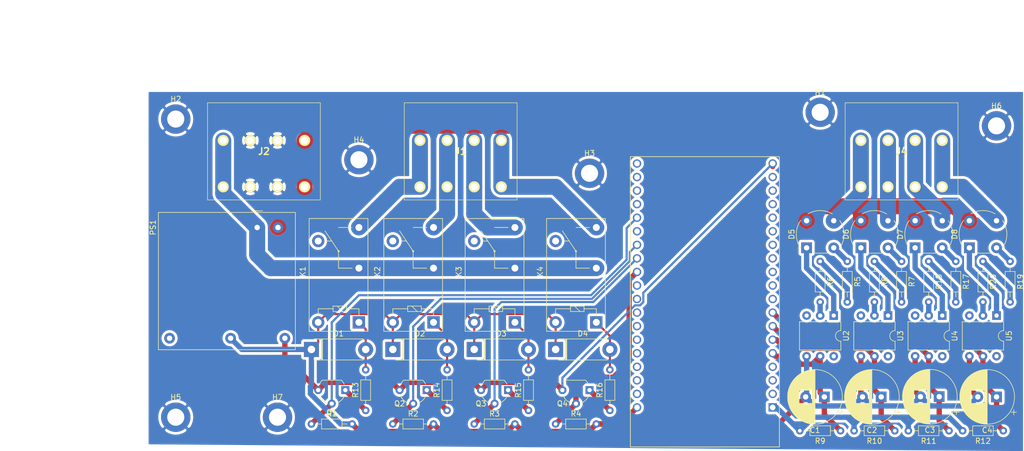
<source format=kicad_pcb>
(kicad_pcb (version 20171130) (host pcbnew "(5.1.6)-1")
  (layers (0 F.Cu signal) (31 B.Cu signal) (34 B.Paste user hide) (35 F.Paste user hide) (36 B.SilkS user) (37 F.SilkS user hide) (38 B.Mask user) (39 F.Mask user hide) (44 Edge.Cuts user hide))
  (net 0 "")
  (net 1 "Net-(D1-Pad2)")
  (net 2 "Net-(D2-Pad2)")
  (net 3 5VGND)
  (net 4 "Net-(D3-Pad2)")
  (net 5 "Net-(D4-Pad2)")
  (net 6 "220VAC(L)")
  (net 7 "220VAC(N)")
  (net 8 5V+)
  (net 9 "Net-(Q1-Pad1)")
  (net 10 "Net-(Q2-Pad1)")
  (net 11 "Net-(Q3-Pad1)")
  (net 12 "Net-(Q4-Pad1)")
  (net 13 "Net-(R5-Pad2)")
  (net 14 "Net-(R6-Pad2)")
  (net 15 "Net-(R7-Pad2)")
  (net 16 "Net-(R8-Pad2)")
  (net 17 3.3V+)
  (net 18 "Net-(Q1-Pad2)")
  (net 19 "Net-(Q2-Pad2)")
  (net 20 "Net-(Q3-Pad2)")
  (net 21 "Net-(Q4-Pad2)")
  (net 22 Earth)
  (net 23 Sens4)
  (net 24 Sens3)
  (net 25 Sens2)
  (net 26 Sens1)
  (net 27 REO4)
  (net 28 REO3)
  (net 29 REO2)
  (net 30 REO1)
  (net 31 "Net-(D5-Pad1)")
  (net 32 "Net-(D5-Pad2)")
  (net 33 "Net-(D6-Pad1)")
  (net 34 "Net-(D6-Pad2)")
  (net 35 "Net-(D7-Pad1)")
  (net 36 "Net-(D7-Pad2)")
  (net 37 "Net-(D8-Pad1)")
  (net 38 "Net-(D8-Pad2)")
  (net 39 "Net-(R17-Pad2)")
  (net 40 "Net-(R18-Pad2)")
  (net 41 "Net-(R19-Pad2)")
  (net 42 "Net-(R20-Pad2)")
  (net 43 GPIO34)
  (net 44 GPIO35)
  (net 45 GPIO32)
  (net 46 GPIO33)
  (module esp32-footprint:MODULE_ESP32-DEVKITC-32D (layer F.Cu) (at 125.73 55.88 180)
    (fp_text reference U1 (at -10.829175 -28.446045) (layer F.SilkS) (effects (font (size 1.000386 1.000386))))
    (fp_text value ESP32-DEVKITC-32D)
    (pad 38 thru_hole circle (at 12.7 25.96 180) (size 1.56 1.56) (drill 1.04) (layers *.Cu *.Mask))
    (pad 37 thru_hole circle (at 12.7 23.42 180) (size 1.56 1.56) (drill 1.04) (layers *.Cu *.Mask))
    (pad 36 thru_hole circle (at 12.7 20.88 180) (size 1.56 1.56) (drill 1.04) (layers *.Cu *.Mask))
    (pad 35 thru_hole circle (at 12.7 18.34 180) (size 1.56 1.56) (drill 1.04) (layers *.Cu *.Mask))
    (pad 34 thru_hole circle (at 12.7 15.8 180) (size 1.56 1.56) (drill 1.04) (layers *.Cu *.Mask) (net 18 "Net-(Q1-Pad2)"))
    (pad 33 thru_hole circle (at 12.7 13.26 180) (size 1.56 1.56) (drill 1.04) (layers *.Cu *.Mask))
    (pad 32 thru_hole circle (at 12.7 10.72 180) (size 1.56 1.56) (drill 1.04) (layers *.Cu *.Mask) (net 19 "Net-(Q2-Pad2)"))
    (pad 31 thru_hole circle (at 12.7 8.18 180) (size 1.56 1.56) (drill 1.04) (layers *.Cu *.Mask) (net 20 "Net-(Q3-Pad2)"))
    (pad 30 thru_hole circle (at 12.7 5.64 180) (size 1.56 1.56) (drill 1.04) (layers *.Cu *.Mask) (net 21 "Net-(Q4-Pad2)"))
    (pad 29 thru_hole circle (at 12.7 3.1 180) (size 1.56 1.56) (drill 1.04) (layers *.Cu *.Mask))
    (pad 28 thru_hole circle (at 12.7 0.56 180) (size 1.56 1.56) (drill 1.04) (layers *.Cu *.Mask))
    (pad 27 thru_hole circle (at 12.7 -1.98 180) (size 1.56 1.56) (drill 1.04) (layers *.Cu *.Mask))
    (pad 26 thru_hole circle (at 12.7 -4.52 180) (size 1.56 1.56) (drill 1.04) (layers *.Cu *.Mask))
    (pad 25 thru_hole circle (at 12.7 -7.06 180) (size 1.56 1.56) (drill 1.04) (layers *.Cu *.Mask))
    (pad 24 thru_hole circle (at 12.7 -9.6 180) (size 1.56 1.56) (drill 1.04) (layers *.Cu *.Mask))
    (pad 23 thru_hole circle (at 12.7 -12.14 180) (size 1.56 1.56) (drill 1.04) (layers *.Cu *.Mask))
    (pad 22 thru_hole circle (at 12.7 -14.68 180) (size 1.56 1.56) (drill 1.04) (layers *.Cu *.Mask))
    (pad 21 thru_hole circle (at 12.7 -17.22 180) (size 1.56 1.56) (drill 1.04) (layers *.Cu *.Mask))
    (pad 20 thru_hole circle (at 12.7 -19.76 180) (size 1.56 1.56) (drill 1.04) (layers *.Cu *.Mask) (net 3 5VGND))
    (pad 18 thru_hole circle (at -12.7 23.42 180) (size 1.56 1.56) (drill 1.04) (layers *.Cu *.Mask))
    (pad 17 thru_hole circle (at -12.7 20.88 180) (size 1.56 1.56) (drill 1.04) (layers *.Cu *.Mask))
    (pad 16 thru_hole circle (at -12.7 18.34 180) (size 1.56 1.56) (drill 1.04) (layers *.Cu *.Mask))
    (pad 15 thru_hole circle (at -12.7 15.8 180) (size 1.56 1.56) (drill 1.04) (layers *.Cu *.Mask))
    (pad 14 thru_hole circle (at -12.7 13.26 180) (size 1.56 1.56) (drill 1.04) (layers *.Cu *.Mask))
    (pad 13 thru_hole circle (at -12.7 10.72 180) (size 1.56 1.56) (drill 1.04) (layers *.Cu *.Mask))
    (pad 12 thru_hole circle (at -12.7 8.18 180) (size 1.56 1.56) (drill 1.04) (layers *.Cu *.Mask))
    (pad 11 thru_hole circle (at -12.7 5.64 180) (size 1.56 1.56) (drill 1.04) (layers *.Cu *.Mask))
    (pad 10 thru_hole circle (at -12.7 3.1 180) (size 1.56 1.56) (drill 1.04) (layers *.Cu *.Mask))
    (pad 9 thru_hole circle (at -12.7 0.56 180) (size 1.56 1.56) (drill 1.04) (layers *.Cu *.Mask))
    (pad 8 thru_hole circle (at -12.7 -1.98 180) (size 1.56 1.56) (drill 1.04) (layers *.Cu *.Mask) (net 46 GPIO33))
    (pad 7 thru_hole circle (at -12.7 -4.52 180) (size 1.56 1.56) (drill 1.04) (layers *.Cu *.Mask) (net 45 GPIO32))
    (pad 6 thru_hole circle (at -12.7 -7.06 180) (size 1.56 1.56) (drill 1.04) (layers *.Cu *.Mask) (net 44 GPIO35))
    (pad 5 thru_hole circle (at -12.7 -9.6 180) (size 1.56 1.56) (drill 1.04) (layers *.Cu *.Mask) (net 43 GPIO34))
    (pad 4 thru_hole circle (at -12.7 -12.14 180) (size 1.56 1.56) (drill 1.04) (layers *.Cu *.Mask))
    (pad 3 thru_hole circle (at -12.7 -14.68 180) (size 1.56 1.56) (drill 1.04) (layers *.Cu *.Mask))
    (pad 19 thru_hole circle (at -12.7 25.96 180) (size 1.56 1.56) (drill 1.04) (layers *.Cu *.Mask) (net 8 5V+))
    (pad 2 thru_hole circle (at -12.7 -17.22 180) (size 1.56 1.56) (drill 1.04) (layers *.Cu *.Mask))
    (pad 1 thru_hole rect (at -12.7 -19.76 180) (size 1.56 1.56) (drill 1.04) (layers *.Cu *.Mask) (net 17 3.3V+))
  )
  (module Resistor_THT:R_Axial_DIN0204_L3.6mm_D1.6mm_P7.62mm_Horizontal (layer F.Cu) (at 151.13 80.01 180)
    (fp_text reference R9 (at 3.81 -1.92) (layer F.SilkS))
    (fp_text value 10K)
    (pad 2 thru_hole oval (at 7.62 0 180) (size 1.4 1.4) (drill 0.7) (layers *.Cu *.Mask) (net 17 3.3V+))
    (pad 1 thru_hole circle (at 0 0 180) (size 1.4 1.4) (drill 0.7) (layers *.Cu *.Mask) (net 43 GPIO34))
  )
  (module MountingHole:MountingHole_3.2mm_M3_ISO14580_Pad (layer F.Cu) (at 147.32 20.32)
    (fp_text reference H1 (at 0 -3.75) (layer F.SilkS))
    (fp_text value MountingHole_Pad)
    (pad 1 thru_hole circle (at 0 0) (size 5.5 5.5) (drill 3.2) (layers *.Cu *.Mask) (net 22 Earth))
  )
  (module 1017505:1017505 (layer F.Cu) (at 170.18 34.29 180)
    (fp_text reference J4 (at 7.62 6.65) (layer F.SilkS) (effects (font (size 1.27 1.27) (thickness 0.254))))
    (fp_text value 1017505 hide)
    (pad 8 thru_hole circle (at 15.24 8.7 270) (size 2.1 2.1) (drill 1.4) (layers *.Cu *.Mask F.SilkS) (net 26 Sens1))
    (pad 7 thru_hole circle (at 15.24 0 270) (size 2.1 2.1) (drill 1.4) (layers *.Cu *.Mask F.SilkS) (net 26 Sens1))
    (pad 6 thru_hole circle (at 10.16 8.7 270) (size 2.1 2.1) (drill 1.4) (layers *.Cu *.Mask F.SilkS) (net 25 Sens2))
    (pad 5 thru_hole circle (at 10.16 0 270) (size 2.1 2.1) (drill 1.4) (layers *.Cu *.Mask F.SilkS) (net 25 Sens2))
    (pad 4 thru_hole circle (at 5.08 8.7 270) (size 2.1 2.1) (drill 1.4) (layers *.Cu *.Mask F.SilkS) (net 24 Sens3))
    (pad 3 thru_hole circle (at 5.08 0 270) (size 2.1 2.1) (drill 1.4) (layers *.Cu *.Mask F.SilkS) (net 24 Sens3))
    (pad 2 thru_hole circle (at 0 8.7 270) (size 2.1 2.1) (drill 1.4) (layers *.Cu *.Mask F.SilkS) (net 23 Sens4))
    (pad 1 thru_hole circle (at 0 0 270) (size 2.1 2.1) (drill 1.4) (layers *.Cu *.Mask F.SilkS) (net 23 Sens4))
  )
  (module 1017505:1017505 (layer F.Cu) (at 50.8 34.29 180)
    (fp_text reference J2 (at 7.62 6.65) (layer F.SilkS) (effects (font (size 1.27 1.27) (thickness 0.254))))
    (fp_text value 1017505 hide)
    (pad 8 thru_hole circle (at 15.24 8.7 270) (size 2.1 2.1) (drill 1.4) (layers *.Cu *.Mask F.SilkS) (net 6 "220VAC(L)"))
    (pad 7 thru_hole circle (at 15.24 0 270) (size 2.1 2.1) (drill 1.4) (layers *.Cu *.Mask F.SilkS) (net 6 "220VAC(L)"))
    (pad 6 thru_hole circle (at 10.16 8.7 270) (size 2.1 2.1) (drill 1.4) (layers *.Cu *.Mask F.SilkS) (net 22 Earth))
    (pad 5 thru_hole circle (at 10.16 0 270) (size 2.1 2.1) (drill 1.4) (layers *.Cu *.Mask F.SilkS) (net 22 Earth))
    (pad 4 thru_hole circle (at 5.08 8.7 270) (size 2.1 2.1) (drill 1.4) (layers *.Cu *.Mask F.SilkS) (net 22 Earth))
    (pad 3 thru_hole circle (at 5.08 0 270) (size 2.1 2.1) (drill 1.4) (layers *.Cu *.Mask F.SilkS) (net 22 Earth))
    (pad 2 thru_hole circle (at 0 8.7 270) (size 2.1 2.1) (drill 1.4) (layers *.Cu *.Mask F.SilkS) (net 7 "220VAC(N)"))
    (pad 1 thru_hole circle (at 0 0 270) (size 2.1 2.1) (drill 1.4) (layers *.Cu *.Mask F.SilkS) (net 7 "220VAC(N)"))
  )
  (module 1017505:1017505 (layer F.Cu) (at 87.63 34.29 180)
    (fp_text reference J1 (at 7.62 6.65) (layer F.SilkS) (effects (font (size 1.27 1.27) (thickness 0.254))))
    (fp_text value 1017505 hide)
    (pad 8 thru_hole circle (at 15.24 8.7 270) (size 2.1 2.1) (drill 1.4) (layers *.Cu *.Mask F.SilkS) (net 30 REO1))
    (pad 7 thru_hole circle (at 15.24 0 270) (size 2.1 2.1) (drill 1.4) (layers *.Cu *.Mask F.SilkS) (net 30 REO1))
    (pad 6 thru_hole circle (at 10.16 8.7 270) (size 2.1 2.1) (drill 1.4) (layers *.Cu *.Mask F.SilkS) (net 29 REO2))
    (pad 5 thru_hole circle (at 10.16 0 270) (size 2.1 2.1) (drill 1.4) (layers *.Cu *.Mask F.SilkS) (net 29 REO2))
    (pad 4 thru_hole circle (at 5.08 8.7 270) (size 2.1 2.1) (drill 1.4) (layers *.Cu *.Mask F.SilkS) (net 28 REO3))
    (pad 3 thru_hole circle (at 5.08 0 270) (size 2.1 2.1) (drill 1.4) (layers *.Cu *.Mask F.SilkS) (net 28 REO3))
    (pad 2 thru_hole circle (at 0 8.7 270) (size 2.1 2.1) (drill 1.4) (layers *.Cu *.Mask F.SilkS) (net 27 REO4))
    (pad 1 thru_hole circle (at 0 0 270) (size 2.1 2.1) (drill 1.4) (layers *.Cu *.Mask F.SilkS) (net 27 REO4))
  )
  (module Converter_ACDC:Converter_ACDC_RECOM_RAC05-xxSK_THT (layer F.Cu) (at 41.91 41.91 90)
    (fp_text reference PS1 (at 0 -19.5 270) (layer F.SilkS))
    (fp_text value RAC05-05SK)
    (pad 5 thru_hole circle (at -20.76 5.19) (size 2 2) (drill 1) (layers *.Cu *.Mask) (net 8 5V+))
    (pad 3 thru_hole circle (at -20.76 -16.4 270) (size 2 2) (drill 1) (layers *.Cu *.Mask))
    (pad 4 thru_hole circle (at -20.76 -4.97) (size 2 2) (drill 1) (layers *.Cu *.Mask) (net 3 5VGND))
    (pad 2 thru_hole circle (at 0 3.9) (size 2 2) (drill 1) (layers *.Cu *.Mask) (net 7 "220VAC(N)"))
    (pad 1 thru_hole rect (at 0 0) (size 2 2) (drill 1) (layers *.Cu *.Mask) (net 6 "220VAC(L)"))
  )
  (module Diode_THT:Diode_Bridge_Round_D8.9mm (layer F.Cu) (at 175.26 45.72 90)
    (fp_text reference D8 (at 2.54 -2.794 90) (layer F.SilkS))
    (fp_text value D_Bridge_+-AA)
    (pad 1 thru_hole rect (at 0 0 90) (size 2 2) (drill 1) (layers *.Cu *.Mask) (net 37 "Net-(D8-Pad1)"))
    (pad 3 thru_hole oval (at 5.08 5.08 90) (size 2 2) (drill 1) (layers *.Cu *.Mask) (net 23 Sens4))
    (pad 2 thru_hole oval (at 0 5.08 90) (size 2 2) (drill 1) (layers *.Cu *.Mask) (net 38 "Net-(D8-Pad2)"))
    (pad 4 thru_hole oval (at 5.08 0 90) (size 2 2) (drill 1) (layers *.Cu *.Mask) (net 7 "220VAC(N)"))
  )
  (module Diode_THT:Diode_Bridge_Round_D8.9mm (layer F.Cu) (at 165.1 45.72 90)
    (fp_text reference D7 (at 2.54 -2.794 90) (layer F.SilkS))
    (fp_text value D_Bridge_+-AA)
    (pad 1 thru_hole rect (at 0 0 90) (size 2 2) (drill 1) (layers *.Cu *.Mask) (net 35 "Net-(D7-Pad1)"))
    (pad 3 thru_hole oval (at 5.08 5.08 90) (size 2 2) (drill 1) (layers *.Cu *.Mask) (net 24 Sens3))
    (pad 2 thru_hole oval (at 0 5.08 90) (size 2 2) (drill 1) (layers *.Cu *.Mask) (net 36 "Net-(D7-Pad2)"))
    (pad 4 thru_hole oval (at 5.08 0 90) (size 2 2) (drill 1) (layers *.Cu *.Mask) (net 7 "220VAC(N)"))
  )
  (module Diode_THT:Diode_Bridge_Round_D8.9mm (layer F.Cu) (at 154.94 45.72 90)
    (fp_text reference D6 (at 2.54 -2.794 90) (layer F.SilkS))
    (fp_text value D_Bridge_+-AA)
    (pad 1 thru_hole rect (at 0 0 90) (size 2 2) (drill 1) (layers *.Cu *.Mask) (net 33 "Net-(D6-Pad1)"))
    (pad 3 thru_hole oval (at 5.08 5.08 90) (size 2 2) (drill 1) (layers *.Cu *.Mask) (net 25 Sens2))
    (pad 2 thru_hole oval (at 0 5.08 90) (size 2 2) (drill 1) (layers *.Cu *.Mask) (net 34 "Net-(D6-Pad2)"))
    (pad 4 thru_hole oval (at 5.08 0 90) (size 2 2) (drill 1) (layers *.Cu *.Mask) (net 7 "220VAC(N)"))
  )
  (module Diode_THT:Diode_Bridge_Round_D8.9mm (layer F.Cu) (at 144.78 45.72 90)
    (fp_text reference D5 (at 2.54 -2.794 90) (layer F.SilkS))
    (fp_text value D_Bridge_+-AA)
    (pad 1 thru_hole rect (at 0 0 90) (size 2 2) (drill 1) (layers *.Cu *.Mask) (net 31 "Net-(D5-Pad1)"))
    (pad 3 thru_hole oval (at 5.08 5.08 90) (size 2 2) (drill 1) (layers *.Cu *.Mask) (net 26 Sens1))
    (pad 2 thru_hole oval (at 0 5.08 90) (size 2 2) (drill 1) (layers *.Cu *.Mask) (net 32 "Net-(D5-Pad2)"))
    (pad 4 thru_hole oval (at 5.08 0 90) (size 2 2) (drill 1) (layers *.Cu *.Mask) (net 7 "220VAC(N)"))
  )
  (module Resistor_THT:R_Axial_DIN0204_L3.6mm_D1.6mm_P7.62mm_Horizontal (layer F.Cu) (at 181.61 80.01 180)
    (fp_text reference R12 (at 3.81 -1.92) (layer F.SilkS))
    (fp_text value 10K)
    (pad 2 thru_hole oval (at 7.62 0 180) (size 1.4 1.4) (drill 0.7) (layers *.Cu *.Mask) (net 17 3.3V+))
    (pad 1 thru_hole circle (at 0 0 180) (size 1.4 1.4) (drill 0.7) (layers *.Cu *.Mask) (net 46 GPIO33))
  )
  (module Package_DIP:DIP-6_W7.62mm (layer F.Cu) (at 180.34 58.42 270)
    (fp_text reference U5 (at 3.81 -2.33 90) (layer F.SilkS))
    (fp_text value 4N35)
    (pad 6 thru_hole oval (at 7.62 0 270) (size 1.6 1.6) (drill 0.8) (layers *.Cu *.Mask))
    (pad 3 thru_hole oval (at 0 5.08 270) (size 1.6 1.6) (drill 0.8) (layers *.Cu *.Mask))
    (pad 5 thru_hole oval (at 7.62 2.54 270) (size 1.6 1.6) (drill 0.8) (layers *.Cu *.Mask) (net 46 GPIO33))
    (pad 2 thru_hole oval (at 0 2.54 270) (size 1.6 1.6) (drill 0.8) (layers *.Cu *.Mask) (net 42 "Net-(R20-Pad2)"))
    (pad 4 thru_hole oval (at 7.62 5.08 270) (size 1.6 1.6) (drill 0.8) (layers *.Cu *.Mask) (net 3 5VGND))
    (pad 1 thru_hole rect (at 0 0 270) (size 1.6 1.6) (drill 0.8) (layers *.Cu *.Mask) (net 37 "Net-(D8-Pad1)"))
  )
  (module Package_DIP:DIP-6_W7.62mm (layer F.Cu) (at 170.18 58.42 270)
    (fp_text reference U4 (at 3.81 -2.33 90) (layer F.SilkS))
    (fp_text value 4N35)
    (pad 6 thru_hole oval (at 7.62 0 270) (size 1.6 1.6) (drill 0.8) (layers *.Cu *.Mask))
    (pad 3 thru_hole oval (at 0 5.08 270) (size 1.6 1.6) (drill 0.8) (layers *.Cu *.Mask))
    (pad 5 thru_hole oval (at 7.62 2.54 270) (size 1.6 1.6) (drill 0.8) (layers *.Cu *.Mask) (net 45 GPIO32))
    (pad 2 thru_hole oval (at 0 2.54 270) (size 1.6 1.6) (drill 0.8) (layers *.Cu *.Mask) (net 40 "Net-(R18-Pad2)"))
    (pad 4 thru_hole oval (at 7.62 5.08 270) (size 1.6 1.6) (drill 0.8) (layers *.Cu *.Mask) (net 3 5VGND))
    (pad 1 thru_hole rect (at 0 0 270) (size 1.6 1.6) (drill 0.8) (layers *.Cu *.Mask) (net 35 "Net-(D7-Pad1)"))
  )
  (module Package_DIP:DIP-6_W7.62mm (layer F.Cu) (at 160.02 58.42 270)
    (fp_text reference U3 (at 3.81 -2.33 90) (layer F.SilkS))
    (fp_text value 4N35)
    (pad 6 thru_hole oval (at 7.62 0 270) (size 1.6 1.6) (drill 0.8) (layers *.Cu *.Mask))
    (pad 3 thru_hole oval (at 0 5.08 270) (size 1.6 1.6) (drill 0.8) (layers *.Cu *.Mask))
    (pad 5 thru_hole oval (at 7.62 2.54 270) (size 1.6 1.6) (drill 0.8) (layers *.Cu *.Mask) (net 44 GPIO35))
    (pad 2 thru_hole oval (at 0 2.54 270) (size 1.6 1.6) (drill 0.8) (layers *.Cu *.Mask) (net 16 "Net-(R8-Pad2)"))
    (pad 4 thru_hole oval (at 7.62 5.08 270) (size 1.6 1.6) (drill 0.8) (layers *.Cu *.Mask) (net 3 5VGND))
    (pad 1 thru_hole rect (at 0 0 270) (size 1.6 1.6) (drill 0.8) (layers *.Cu *.Mask) (net 33 "Net-(D6-Pad1)"))
  )
  (module Package_DIP:DIP-6_W7.62mm (layer F.Cu) (at 149.86 58.42 270)
    (fp_text reference U2 (at 3.81 -2.33 90) (layer F.SilkS))
    (fp_text value 4N35)
    (pad 6 thru_hole oval (at 7.62 0 270) (size 1.6 1.6) (drill 0.8) (layers *.Cu *.Mask))
    (pad 3 thru_hole oval (at 0 5.08 270) (size 1.6 1.6) (drill 0.8) (layers *.Cu *.Mask))
    (pad 5 thru_hole oval (at 7.62 2.54 270) (size 1.6 1.6) (drill 0.8) (layers *.Cu *.Mask) (net 43 GPIO34))
    (pad 2 thru_hole oval (at 0 2.54 270) (size 1.6 1.6) (drill 0.8) (layers *.Cu *.Mask) (net 14 "Net-(R6-Pad2)"))
    (pad 4 thru_hole oval (at 7.62 5.08 270) (size 1.6 1.6) (drill 0.8) (layers *.Cu *.Mask) (net 3 5VGND))
    (pad 1 thru_hole rect (at 0 0 270) (size 1.6 1.6) (drill 0.8) (layers *.Cu *.Mask) (net 31 "Net-(D5-Pad1)"))
  )
  (module Resistor_THT:R_Axial_DIN0204_L3.6mm_D1.6mm_P7.62mm_Horizontal (layer F.Cu) (at 177.8 48.26 270)
    (fp_text reference R20 (at 3.81 -1.92 90) (layer F.SilkS))
    (fp_text value 110k)
    (pad 2 thru_hole oval (at 7.62 0 270) (size 1.4 1.4) (drill 0.7) (layers *.Cu *.Mask) (net 42 "Net-(R20-Pad2)"))
    (pad 1 thru_hole circle (at 0 0 270) (size 1.4 1.4) (drill 0.7) (layers *.Cu *.Mask) (net 41 "Net-(R19-Pad2)"))
  )
  (module Resistor_THT:R_Axial_DIN0204_L3.6mm_D1.6mm_P7.62mm_Horizontal (layer F.Cu) (at 182.88 48.26 270)
    (fp_text reference R19 (at 3.81 -1.92 90) (layer F.SilkS))
    (fp_text value 110k)
    (pad 2 thru_hole oval (at 7.62 0 270) (size 1.4 1.4) (drill 0.7) (layers *.Cu *.Mask) (net 41 "Net-(R19-Pad2)"))
    (pad 1 thru_hole circle (at 0 0 270) (size 1.4 1.4) (drill 0.7) (layers *.Cu *.Mask) (net 38 "Net-(D8-Pad2)"))
  )
  (module Resistor_THT:R_Axial_DIN0204_L3.6mm_D1.6mm_P7.62mm_Horizontal (layer F.Cu) (at 167.64 48.26 270)
    (fp_text reference R18 (at 3.81 -1.92 90) (layer F.SilkS))
    (fp_text value 110k)
    (pad 2 thru_hole oval (at 7.62 0 270) (size 1.4 1.4) (drill 0.7) (layers *.Cu *.Mask) (net 40 "Net-(R18-Pad2)"))
    (pad 1 thru_hole circle (at 0 0 270) (size 1.4 1.4) (drill 0.7) (layers *.Cu *.Mask) (net 39 "Net-(R17-Pad2)"))
  )
  (module Resistor_THT:R_Axial_DIN0204_L3.6mm_D1.6mm_P7.62mm_Horizontal (layer F.Cu) (at 172.72 48.26 270)
    (fp_text reference R17 (at 3.81 -1.92 90) (layer F.SilkS))
    (fp_text value 110k)
    (pad 2 thru_hole oval (at 7.62 0 270) (size 1.4 1.4) (drill 0.7) (layers *.Cu *.Mask) (net 39 "Net-(R17-Pad2)"))
    (pad 1 thru_hole circle (at 0 0 270) (size 1.4 1.4) (drill 0.7) (layers *.Cu *.Mask) (net 36 "Net-(D7-Pad2)"))
  )
  (module Resistor_THT:R_Axial_DIN0204_L3.6mm_D1.6mm_P7.62mm_Horizontal (layer F.Cu) (at 157.48 48.26 270)
    (fp_text reference R8 (at 3.81 -1.92 90) (layer F.SilkS))
    (fp_text value 110k)
    (pad 2 thru_hole oval (at 7.62 0 270) (size 1.4 1.4) (drill 0.7) (layers *.Cu *.Mask) (net 16 "Net-(R8-Pad2)"))
    (pad 1 thru_hole circle (at 0 0 270) (size 1.4 1.4) (drill 0.7) (layers *.Cu *.Mask) (net 15 "Net-(R7-Pad2)"))
  )
  (module Resistor_THT:R_Axial_DIN0204_L3.6mm_D1.6mm_P7.62mm_Horizontal (layer F.Cu) (at 162.56 48.26 270)
    (fp_text reference R7 (at 3.81 -1.92 90) (layer F.SilkS))
    (fp_text value 110k)
    (pad 2 thru_hole oval (at 7.62 0 270) (size 1.4 1.4) (drill 0.7) (layers *.Cu *.Mask) (net 15 "Net-(R7-Pad2)"))
    (pad 1 thru_hole circle (at 0 0 270) (size 1.4 1.4) (drill 0.7) (layers *.Cu *.Mask) (net 34 "Net-(D6-Pad2)"))
  )
  (module Resistor_THT:R_Axial_DIN0204_L3.6mm_D1.6mm_P7.62mm_Horizontal (layer F.Cu) (at 147.32 48.26 270)
    (fp_text reference R6 (at 3.81 -1.92 90) (layer F.SilkS))
    (fp_text value 110k)
    (pad 2 thru_hole oval (at 7.62 0 270) (size 1.4 1.4) (drill 0.7) (layers *.Cu *.Mask) (net 14 "Net-(R6-Pad2)"))
    (pad 1 thru_hole circle (at 0 0 270) (size 1.4 1.4) (drill 0.7) (layers *.Cu *.Mask) (net 13 "Net-(R5-Pad2)"))
  )
  (module Capacitor_THT:CP_Radial_D10.0mm_P3.50mm (layer F.Cu) (at 180.34 73.66 180)
    (fp_text reference C4 (at 1.75 -6.25) (layer F.SilkS))
    (fp_text value 4.7uF)
    (pad 2 thru_hole circle (at 3.5 0 180) (size 2 2) (drill 1) (layers *.Cu *.Mask) (net 3 5VGND))
    (pad 1 thru_hole rect (at 0 0 180) (size 2 2) (drill 1) (layers *.Cu *.Mask) (net 46 GPIO33))
  )
  (module Capacitor_THT:CP_Radial_D10.0mm_P3.50mm (layer F.Cu) (at 169.609122 73.624391 180)
    (fp_text reference C3 (at 1.75 -6.25) (layer F.SilkS))
    (fp_text value 4.7uF)
    (pad 2 thru_hole circle (at 3.5 0 180) (size 2 2) (drill 1) (layers *.Cu *.Mask) (net 3 5VGND))
    (pad 1 thru_hole rect (at 0 0 180) (size 2 2) (drill 1) (layers *.Cu *.Mask) (net 45 GPIO32))
  )
  (module Capacitor_THT:CP_Radial_D10.0mm_P3.50mm (layer F.Cu) (at 158.75 73.66 180)
    (fp_text reference C2 (at 1.75 -6.25) (layer F.SilkS))
    (fp_text value 4.7uF)
    (pad 2 thru_hole circle (at 3.5 0 180) (size 2 2) (drill 1) (layers *.Cu *.Mask) (net 3 5VGND))
    (pad 1 thru_hole rect (at 0 0 180) (size 2 2) (drill 1) (layers *.Cu *.Mask) (net 44 GPIO35))
  )
  (module Capacitor_THT:CP_Radial_D10.0mm_P3.50mm (layer F.Cu) (at 148.101676 73.66 180)
    (fp_text reference C1 (at 1.75 -6.25) (layer F.SilkS))
    (fp_text value 4.7uF)
    (pad 2 thru_hole circle (at 3.5 0 180) (size 2 2) (drill 1) (layers *.Cu *.Mask) (net 3 5VGND))
    (pad 1 thru_hole rect (at 0 0 180) (size 2 2) (drill 1) (layers *.Cu *.Mask) (net 43 GPIO34))
  )
  (module MountingHole:MountingHole_3.2mm_M3_ISO14580_Pad (layer F.Cu) (at 45.72 77.47)
    (fp_text reference H7 (at 0 -3.75) (layer F.SilkS))
    (fp_text value MountingHole_Pad)
    (pad 1 thru_hole circle (at 0 0) (size 5.5 5.5) (drill 3.2) (layers *.Cu *.Mask) (net 22 Earth))
  )
  (module MountingHole:MountingHole_3.2mm_M3_ISO14580_Pad (layer F.Cu) (at 180.34 22.86)
    (fp_text reference H6 (at 0 -3.75) (layer F.SilkS))
    (fp_text value MountingHole_Pad)
    (pad 1 thru_hole circle (at 0 0) (size 5.5 5.5) (drill 3.2) (layers *.Cu *.Mask) (net 22 Earth))
  )
  (module MountingHole:MountingHole_3.2mm_M3_ISO14580_Pad (layer F.Cu) (at 26.67 77.47)
    (fp_text reference H5 (at 0 -3.75) (layer F.SilkS))
    (fp_text value MountingHole_Pad)
    (pad 1 thru_hole circle (at 0 0) (size 5.5 5.5) (drill 3.2) (layers *.Cu *.Mask) (net 22 Earth))
  )
  (module MountingHole:MountingHole_3.2mm_M3_ISO14580_Pad (layer F.Cu) (at 60.96 29.21)
    (fp_text reference H4 (at 0 -3.75) (layer F.SilkS))
    (fp_text value MountingHole_Pad)
    (pad 1 thru_hole circle (at 0 0) (size 5.5 5.5) (drill 3.2) (layers *.Cu *.Mask) (net 22 Earth))
  )
  (module MountingHole:MountingHole_3.2mm_M3_ISO14580_Pad (layer F.Cu) (at 104.14 31.75)
    (fp_text reference H3 (at 0 -3.75) (layer F.SilkS))
    (fp_text value MountingHole_Pad)
    (pad 1 thru_hole circle (at 0 0) (size 5.5 5.5) (drill 3.2) (layers *.Cu *.Mask) (net 22 Earth))
  )
  (module MountingHole:MountingHole_3.2mm_M3_ISO14580_Pad (layer F.Cu) (at 26.67 21.59)
    (fp_text reference H2 (at 0 -3.75) (layer F.SilkS))
    (fp_text value MountingHole_Pad)
    (pad 1 thru_hole circle (at 0 0) (size 5.5 5.5) (drill 3.2) (layers *.Cu *.Mask) (net 22 Earth))
  )
  (module Package_TO_SOT_THT:TO-92_Wide (layer F.Cu) (at 58.42 72.39 180)
    (fp_text reference Q1 (at 2.55 -4.19) (layer F.SilkS))
    (fp_text value 2N2219)
    (pad 1 thru_hole rect (at 0 0 270) (size 1.5 1.5) (drill 0.8) (layers *.Cu *.Mask) (net 9 "Net-(Q1-Pad1)"))
    (pad 3 thru_hole circle (at 5.08 0 270) (size 1.5 1.5) (drill 0.8) (layers *.Cu *.Mask) (net 8 5V+))
    (pad 2 thru_hole circle (at 2.54 -2.54 270) (size 1.5 1.5) (drill 0.8) (layers *.Cu *.Mask) (net 18 "Net-(Q1-Pad2)"))
  )
  (module Package_TO_SOT_THT:TO-92_Wide (layer F.Cu) (at 73.66 72.39 180)
    (fp_text reference Q2 (at 5.08 -2.54) (layer F.SilkS))
    (fp_text value 2N2219)
    (pad 1 thru_hole rect (at 0 0 270) (size 1.5 1.5) (drill 0.8) (layers *.Cu *.Mask) (net 10 "Net-(Q2-Pad1)"))
    (pad 3 thru_hole circle (at 5.08 0 270) (size 1.5 1.5) (drill 0.8) (layers *.Cu *.Mask) (net 8 5V+))
    (pad 2 thru_hole circle (at 2.54 -2.54 270) (size 1.5 1.5) (drill 0.8) (layers *.Cu *.Mask) (net 19 "Net-(Q2-Pad2)"))
  )
  (module Package_TO_SOT_THT:TO-92_Wide (layer F.Cu) (at 104.14 72.39 180)
    (fp_text reference Q4 (at 5.08 -2.54) (layer F.SilkS))
    (fp_text value 2N2219)
    (pad 1 thru_hole rect (at 0 0 270) (size 1.5 1.5) (drill 0.8) (layers *.Cu *.Mask) (net 12 "Net-(Q4-Pad1)"))
    (pad 3 thru_hole circle (at 5.08 0 270) (size 1.5 1.5) (drill 0.8) (layers *.Cu *.Mask) (net 8 5V+))
    (pad 2 thru_hole circle (at 2.54 -2.54 270) (size 1.5 1.5) (drill 0.8) (layers *.Cu *.Mask) (net 21 "Net-(Q4-Pad2)"))
  )
  (module Package_TO_SOT_THT:TO-92_Wide (layer F.Cu) (at 88.9 72.39 180)
    (fp_text reference Q3 (at 5.08 -2.54) (layer F.SilkS))
    (fp_text value 2N2219)
    (pad 1 thru_hole rect (at 0 0 270) (size 1.5 1.5) (drill 0.8) (layers *.Cu *.Mask) (net 11 "Net-(Q3-Pad1)"))
    (pad 3 thru_hole circle (at 5.08 0 270) (size 1.5 1.5) (drill 0.8) (layers *.Cu *.Mask) (net 8 5V+))
    (pad 2 thru_hole circle (at 2.54 -2.54 270) (size 1.5 1.5) (drill 0.8) (layers *.Cu *.Mask) (net 20 "Net-(Q3-Pad2)"))
  )
  (module Resistor_THT:R_Axial_DIN0204_L3.6mm_D1.6mm_P7.62mm_Horizontal (layer F.Cu) (at 152.4 48.26 270)
    (fp_text reference R5 (at 3.81 -1.92 90) (layer F.SilkS))
    (fp_text value 110k)
    (pad 2 thru_hole oval (at 7.62 0 270) (size 1.4 1.4) (drill 0.7) (layers *.Cu *.Mask) (net 13 "Net-(R5-Pad2)"))
    (pad 1 thru_hole circle (at 0 0 270) (size 1.4 1.4) (drill 0.7) (layers *.Cu *.Mask) (net 32 "Net-(D5-Pad2)"))
  )
  (module Relay_THT:Relay_SPDT_Omron-G5Q-1 (layer F.Cu) (at 74.93 59.69 90)
    (fp_text reference K2 (at 9.5 -10.5 270) (layer F.SilkS))
    (fp_text value G5Q-1)
    (pad 5 thru_hole circle (at 0 -7.62 270) (size 2.3 2.3) (drill 1.3) (layers *.Cu *.Mask) (net 3 5VGND))
    (pad 4 thru_hole circle (at 15.24 -7.62 270) (size 2.3 2.3) (drill 1.3) (layers *.Cu *.Mask))
    (pad 3 thru_hole circle (at 17.78 0 270) (size 2.3 2.3) (drill 1.3) (layers *.Cu *.Mask) (net 29 REO2))
    (pad 2 thru_hole circle (at 10.16 0 270) (size 2.3 2.3) (drill 1.3) (layers *.Cu *.Mask) (net 6 "220VAC(L)"))
    (pad 1 thru_hole rect (at 0 0 270) (size 2.3 2.3) (drill 1.3) (layers *.Cu *.Mask) (net 2 "Net-(D2-Pad2)"))
  )
  (module Resistor_THT:R_Axial_DIN0204_L3.6mm_D1.6mm_P7.62mm_Horizontal (layer F.Cu) (at 107.95 76.2 90)
    (fp_text reference R16 (at 3.81 -1.92 90) (layer F.SilkS))
    (fp_text value 220)
    (pad 2 thru_hole oval (at 7.62 0 90) (size 1.4 1.4) (drill 0.7) (layers *.Cu *.Mask) (net 5 "Net-(D4-Pad2)"))
    (pad 1 thru_hole circle (at 0 0 90) (size 1.4 1.4) (drill 0.7) (layers *.Cu *.Mask) (net 12 "Net-(Q4-Pad1)"))
  )
  (module Resistor_THT:R_Axial_DIN0204_L3.6mm_D1.6mm_P7.62mm_Horizontal (layer F.Cu) (at 92.71 76.2 90)
    (fp_text reference R15 (at 3.81 -1.92 90) (layer F.SilkS))
    (fp_text value 220)
    (pad 2 thru_hole oval (at 7.62 0 90) (size 1.4 1.4) (drill 0.7) (layers *.Cu *.Mask) (net 4 "Net-(D3-Pad2)"))
    (pad 1 thru_hole circle (at 0 0 90) (size 1.4 1.4) (drill 0.7) (layers *.Cu *.Mask) (net 11 "Net-(Q3-Pad1)"))
  )
  (module Resistor_THT:R_Axial_DIN0204_L3.6mm_D1.6mm_P7.62mm_Horizontal (layer F.Cu) (at 77.47 76.2 90)
    (fp_text reference R14 (at 3.81 -1.92 90) (layer F.SilkS))
    (fp_text value 220)
    (pad 2 thru_hole oval (at 7.62 0 90) (size 1.4 1.4) (drill 0.7) (layers *.Cu *.Mask) (net 2 "Net-(D2-Pad2)"))
    (pad 1 thru_hole circle (at 0 0 90) (size 1.4 1.4) (drill 0.7) (layers *.Cu *.Mask) (net 10 "Net-(Q2-Pad1)"))
  )
  (module Resistor_THT:R_Axial_DIN0204_L3.6mm_D1.6mm_P7.62mm_Horizontal (layer F.Cu) (at 62.23 76.2 90)
    (fp_text reference R13 (at 3.81 -1.92 90) (layer F.SilkS))
    (fp_text value 220)
    (pad 2 thru_hole oval (at 7.62 0 90) (size 1.4 1.4) (drill 0.7) (layers *.Cu *.Mask) (net 1 "Net-(D1-Pad2)"))
    (pad 1 thru_hole circle (at 0 0 90) (size 1.4 1.4) (drill 0.7) (layers *.Cu *.Mask) (net 9 "Net-(Q1-Pad1)"))
  )
  (module Resistor_THT:R_Axial_DIN0204_L3.6mm_D1.6mm_P7.62mm_Horizontal (layer F.Cu) (at 171.45 80.01 180)
    (fp_text reference R11 (at 3.81 -1.92) (layer F.SilkS))
    (fp_text value 10K)
    (pad 2 thru_hole oval (at 7.62 0 180) (size 1.4 1.4) (drill 0.7) (layers *.Cu *.Mask) (net 17 3.3V+))
    (pad 1 thru_hole circle (at 0 0 180) (size 1.4 1.4) (drill 0.7) (layers *.Cu *.Mask) (net 45 GPIO32))
  )
  (module Resistor_THT:R_Axial_DIN0204_L3.6mm_D1.6mm_P7.62mm_Horizontal (layer F.Cu) (at 161.29 80.01 180)
    (fp_text reference R10 (at 3.81 -1.92) (layer F.SilkS))
    (fp_text value 10K)
    (pad 2 thru_hole oval (at 7.62 0 180) (size 1.4 1.4) (drill 0.7) (layers *.Cu *.Mask) (net 17 3.3V+))
    (pad 1 thru_hole circle (at 0 0 180) (size 1.4 1.4) (drill 0.7) (layers *.Cu *.Mask) (net 44 GPIO35))
  )
  (module Resistor_THT:R_Axial_DIN0204_L3.6mm_D1.6mm_P7.62mm_Horizontal (layer F.Cu) (at 97.79 78.74)
    (fp_text reference R4 (at 3.81 -1.92) (layer F.SilkS))
    (fp_text value 10K)
    (pad 2 thru_hole oval (at 7.62 0) (size 1.4 1.4) (drill 0.7) (layers *.Cu *.Mask) (net 3 5VGND))
    (pad 1 thru_hole circle (at 0 0) (size 1.4 1.4) (drill 0.7) (layers *.Cu *.Mask) (net 21 "Net-(Q4-Pad2)"))
  )
  (module Resistor_THT:R_Axial_DIN0204_L3.6mm_D1.6mm_P7.62mm_Horizontal (layer F.Cu) (at 82.55 78.74)
    (fp_text reference R3 (at 3.81 -1.92) (layer F.SilkS))
    (fp_text value 10K)
    (pad 2 thru_hole oval (at 7.62 0) (size 1.4 1.4) (drill 0.7) (layers *.Cu *.Mask) (net 3 5VGND))
    (pad 1 thru_hole circle (at 0 0) (size 1.4 1.4) (drill 0.7) (layers *.Cu *.Mask) (net 20 "Net-(Q3-Pad2)"))
  )
  (module Resistor_THT:R_Axial_DIN0204_L3.6mm_D1.6mm_P7.62mm_Horizontal (layer F.Cu) (at 67.31 78.74)
    (fp_text reference R2 (at 3.81 -1.92) (layer F.SilkS))
    (fp_text value 10K)
    (pad 2 thru_hole oval (at 7.62 0) (size 1.4 1.4) (drill 0.7) (layers *.Cu *.Mask) (net 3 5VGND))
    (pad 1 thru_hole circle (at 0 0) (size 1.4 1.4) (drill 0.7) (layers *.Cu *.Mask) (net 19 "Net-(Q2-Pad2)"))
  )
  (module Resistor_THT:R_Axial_DIN0204_L3.6mm_D1.6mm_P7.62mm_Horizontal (layer F.Cu) (at 52.07 78.74)
    (fp_text reference R1 (at 3.81 -1.92) (layer F.SilkS))
    (fp_text value 10K)
    (pad 2 thru_hole oval (at 7.62 0) (size 1.4 1.4) (drill 0.7) (layers *.Cu *.Mask) (net 3 5VGND))
    (pad 1 thru_hole circle (at 0 0) (size 1.4 1.4) (drill 0.7) (layers *.Cu *.Mask) (net 18 "Net-(Q1-Pad2)"))
  )
  (module Relay_THT:Relay_SPDT_Omron-G5Q-1 (layer F.Cu) (at 105.41 59.69 90)
    (fp_text reference K4 (at 9.5 -10.5 270) (layer F.SilkS))
    (fp_text value G5Q-1)
    (pad 5 thru_hole circle (at 0 -7.62 270) (size 2.3 2.3) (drill 1.3) (layers *.Cu *.Mask) (net 3 5VGND))
    (pad 4 thru_hole circle (at 15.24 -7.62 270) (size 2.3 2.3) (drill 1.3) (layers *.Cu *.Mask))
    (pad 3 thru_hole circle (at 17.78 0 270) (size 2.3 2.3) (drill 1.3) (layers *.Cu *.Mask) (net 27 REO4))
    (pad 2 thru_hole circle (at 10.16 0 270) (size 2.3 2.3) (drill 1.3) (layers *.Cu *.Mask) (net 6 "220VAC(L)"))
    (pad 1 thru_hole rect (at 0 0 270) (size 2.3 2.3) (drill 1.3) (layers *.Cu *.Mask) (net 5 "Net-(D4-Pad2)"))
  )
  (module Relay_THT:Relay_SPDT_Omron-G5Q-1 (layer F.Cu) (at 90.17 59.69 90)
    (fp_text reference K3 (at 9.5 -10.5 270) (layer F.SilkS))
    (fp_text value G5Q-1)
    (pad 5 thru_hole circle (at 0 -7.62 270) (size 2.3 2.3) (drill 1.3) (layers *.Cu *.Mask) (net 3 5VGND))
    (pad 4 thru_hole circle (at 15.24 -7.62 270) (size 2.3 2.3) (drill 1.3) (layers *.Cu *.Mask))
    (pad 3 thru_hole circle (at 17.78 0 270) (size 2.3 2.3) (drill 1.3) (layers *.Cu *.Mask) (net 28 REO3))
    (pad 2 thru_hole circle (at 10.16 0 270) (size 2.3 2.3) (drill 1.3) (layers *.Cu *.Mask) (net 6 "220VAC(L)"))
    (pad 1 thru_hole rect (at 0 0 270) (size 2.3 2.3) (drill 1.3) (layers *.Cu *.Mask) (net 4 "Net-(D3-Pad2)"))
  )
  (module Relay_THT:Relay_SPDT_Omron-G5Q-1 (layer F.Cu) (at 60.96 59.69 90)
    (fp_text reference K1 (at 9.5 -10.5 270) (layer F.SilkS))
    (fp_text value G5Q-1)
    (pad 5 thru_hole circle (at 0 -7.62 270) (size 2.3 2.3) (drill 1.3) (layers *.Cu *.Mask) (net 3 5VGND))
    (pad 4 thru_hole circle (at 15.24 -7.62 270) (size 2.3 2.3) (drill 1.3) (layers *.Cu *.Mask))
    (pad 3 thru_hole circle (at 17.78 0 270) (size 2.3 2.3) (drill 1.3) (layers *.Cu *.Mask) (net 30 REO1))
    (pad 2 thru_hole circle (at 10.16 0 270) (size 2.3 2.3) (drill 1.3) (layers *.Cu *.Mask) (net 6 "220VAC(L)"))
    (pad 1 thru_hole rect (at 0 0 270) (size 2.3 2.3) (drill 1.3) (layers *.Cu *.Mask) (net 1 "Net-(D1-Pad2)"))
  )
  (module Diode_THT:D_5W_P10.16mm_Horizontal (layer F.Cu) (at 97.79 64.77)
    (fp_text reference D4 (at 5.08 -2.97) (layer F.SilkS))
    (fp_text value DIODE)
    (pad 2 thru_hole oval (at 10.16 0) (size 2.8 2.8) (drill 1.4) (layers *.Cu *.Mask) (net 5 "Net-(D4-Pad2)"))
    (pad 1 thru_hole rect (at 0 0) (size 2.8 2.8) (drill 1.4) (layers *.Cu *.Mask) (net 3 5VGND))
  )
  (module Diode_THT:D_5W_P10.16mm_Horizontal (layer F.Cu) (at 82.55 64.77)
    (fp_text reference D3 (at 5.08 -2.97) (layer F.SilkS))
    (fp_text value DIODE)
    (pad 2 thru_hole oval (at 10.16 0) (size 2.8 2.8) (drill 1.4) (layers *.Cu *.Mask) (net 4 "Net-(D3-Pad2)"))
    (pad 1 thru_hole rect (at 0 0) (size 2.8 2.8) (drill 1.4) (layers *.Cu *.Mask) (net 3 5VGND))
  )
  (module Diode_THT:D_5W_P10.16mm_Horizontal (layer F.Cu) (at 67.31 64.77)
    (fp_text reference D2 (at 5.08 -2.97) (layer F.SilkS))
    (fp_text value DIODE)
    (pad 2 thru_hole oval (at 10.16 0) (size 2.8 2.8) (drill 1.4) (layers *.Cu *.Mask) (net 2 "Net-(D2-Pad2)"))
    (pad 1 thru_hole rect (at 0 0) (size 2.8 2.8) (drill 1.4) (layers *.Cu *.Mask) (net 3 5VGND))
  )
  (module Diode_THT:D_5W_P10.16mm_Horizontal (layer F.Cu) (at 52.07 64.77)
    (fp_text reference D1 (at 5.08 -2.97) (layer F.SilkS))
    (fp_text value DIODE)
    (pad 2 thru_hole oval (at 10.16 0) (size 2.8 2.8) (drill 1.4) (layers *.Cu *.Mask) (net 1 "Net-(D1-Pad2)"))
    (pad 1 thru_hole rect (at 0 0) (size 2.8 2.8) (drill 1.4) (layers *.Cu *.Mask) (net 3 5VGND))
  )
  (segment (start 62.23 60.96) (end 60.96 59.69) (width 0.4) (layer F.Cu) (net 1))
  (segment (start 62.23 64.77) (end 62.23 60.96) (width 0.4) (layer F.Cu) (net 1))
  (segment (start 62.23 64.77) (end 62.23 68.58) (width 0.4) (layer F.Cu) (net 1))
  (segment (start 77.47 64.77) (end 77.47 68.58) (width 0.4) (layer F.Cu) (net 2))
  (segment (start 77.47 62.23) (end 74.93 59.69) (width 0.4) (layer F.Cu) (net 2))
  (segment (start 77.47 64.77) (end 77.47 62.23) (width 0.4) (layer F.Cu) (net 2))
  (segment (start 53.34 63.5) (end 52.07 64.77) (width 0.4) (layer F.Cu) (net 3))
  (segment (start 53.34 59.69) (end 53.34 63.5) (width 0.4) (layer F.Cu) (net 3))
  (segment (start 97.79 64.77) (end 97.79 59.69) (width 0.4) (layer F.Cu) (net 3))
  (segment (start 84.100001 58.139999) (end 82.55 59.69) (width 0.4) (layer F.Cu) (net 3))
  (segment (start 96.239999 58.139999) (end 84.100001 58.139999) (width 0.4) (layer F.Cu) (net 3))
  (segment (start 97.79 59.69) (end 96.239999 58.139999) (width 0.4) (layer F.Cu) (net 3))
  (segment (start 82.55 59.69) (end 82.55 64.77) (width 0.4) (layer F.Cu) (net 3))
  (segment (start 80.999999 58.139999) (end 68.860001 58.139999) (width 0.4) (layer F.Cu) (net 3))
  (segment (start 68.860001 58.139999) (end 67.31 59.69) (width 0.4) (layer F.Cu) (net 3))
  (segment (start 82.55 59.69) (end 80.999999 58.139999) (width 0.4) (layer F.Cu) (net 3))
  (segment (start 67.31 59.69) (end 67.31 64.77) (width 0.4) (layer F.Cu) (net 3))
  (segment (start 54.890001 58.139999) (end 53.34 59.69) (width 0.4) (layer F.Cu) (net 3))
  (segment (start 65.759999 58.139999) (end 54.890001 58.139999) (width 0.4) (layer F.Cu) (net 3))
  (segment (start 67.31 59.69) (end 65.759999 58.139999) (width 0.4) (layer F.Cu) (net 3))
  (segment (start 39.04 64.77) (end 52.07 64.77) (width 1) (layer B.Cu) (net 3))
  (segment (start 36.94 62.67) (end 39.04 64.77) (width 1) (layer B.Cu) (net 3))
  (segment (start 57.543998 78.74) (end 59.69 78.74) (width 1) (layer B.Cu) (net 3))
  (segment (start 51.889999 73.086001) (end 57.543998 78.74) (width 1) (layer B.Cu) (net 3))
  (segment (start 51.889999 71.693999) (end 51.889999 73.086001) (width 1) (layer B.Cu) (net 3))
  (segment (start 52.07 71.513998) (end 51.889999 71.693999) (width 1) (layer B.Cu) (net 3))
  (segment (start 52.07 64.77) (end 52.07 71.513998) (width 1) (layer B.Cu) (net 3))
  (segment (start 73.529999 80.140001) (end 74.93 78.74) (width 1) (layer F.Cu) (net 3))
  (segment (start 61.090001 80.140001) (end 73.529999 80.140001) (width 1) (layer F.Cu) (net 3))
  (segment (start 59.69 78.74) (end 61.090001 80.140001) (width 1) (layer F.Cu) (net 3))
  (segment (start 88.769999 80.140001) (end 90.17 78.74) (width 1) (layer F.Cu) (net 3))
  (segment (start 76.330001 80.140001) (end 88.769999 80.140001) (width 1) (layer F.Cu) (net 3))
  (segment (start 74.93 78.74) (end 76.330001 80.140001) (width 1) (layer F.Cu) (net 3))
  (segment (start 104.009999 80.140001) (end 105.41 78.74) (width 1) (layer F.Cu) (net 3))
  (segment (start 91.570001 80.140001) (end 104.009999 80.140001) (width 1) (layer F.Cu) (net 3))
  (segment (start 90.17 78.74) (end 91.570001 80.140001) (width 1) (layer F.Cu) (net 3))
  (segment (start 144.78 73.35) (end 145.09 73.66) (width 1) (layer B.Cu) (net 3))
  (segment (start 144.78 73.481676) (end 144.601676 73.66) (width 1) (layer B.Cu) (net 3))
  (segment (start 144.78 66.04) (end 144.78 73.481676) (width 1) (layer B.Cu) (net 3))
  (segment (start 154.94 73.35) (end 155.25 73.66) (width 1) (layer F.Cu) (net 3))
  (segment (start 154.94 66.04) (end 154.94 73.35) (width 1) (layer F.Cu) (net 3))
  (segment (start 165.1 72.615269) (end 166.109122 73.624391) (width 1) (layer F.Cu) (net 3))
  (segment (start 165.1 66.04) (end 165.1 72.615269) (width 1) (layer F.Cu) (net 3))
  (segment (start 175.26 72.08) (end 176.84 73.66) (width 1) (layer F.Cu) (net 3))
  (segment (start 175.26 66.04) (end 175.26 72.08) (width 1) (layer F.Cu) (net 3))
  (segment (start 144.601676 73.66) (end 139.7 78.561676) (width 1) (layer F.Cu) (net 3))
  (segment (start 109.93 78.74) (end 113.03 75.64) (width 1) (layer F.Cu) (net 3))
  (segment (start 105.41 78.74) (end 109.93 78.74) (width 1) (layer F.Cu) (net 3))
  (segment (start 139.521676 78.74) (end 139.7 78.561676) (width 1) (layer F.Cu) (net 3))
  (segment (start 105.41 78.74) (end 139.521676 78.74) (width 1) (layer F.Cu) (net 3))
  (segment (start 175.139999 75.360001) (end 176.84 73.66) (width 1) (layer B.Cu) (net 3))
  (segment (start 144.601676 73.66) (end 146.301677 75.360001) (width 1) (layer B.Cu) (net 3))
  (segment (start 153.549999 75.360001) (end 152.830001 75.360001) (width 1) (layer B.Cu) (net 3))
  (segment (start 155.25 73.66) (end 153.549999 75.360001) (width 1) (layer B.Cu) (net 3))
  (segment (start 146.301677 75.360001) (end 152.830001 75.360001) (width 1) (layer B.Cu) (net 3))
  (segment (start 164.669999 75.063514) (end 164.669999 75.360001) (width 1) (layer B.Cu) (net 3))
  (segment (start 166.109122 73.624391) (end 164.669999 75.063514) (width 1) (layer B.Cu) (net 3))
  (segment (start 155.25 73.66) (end 156.640001 75.050001) (width 1) (layer B.Cu) (net 3))
  (segment (start 152.830001 75.360001) (end 156.640001 75.360001) (width 1) (layer B.Cu) (net 3))
  (segment (start 156.640001 75.050001) (end 156.640001 75.360001) (width 1) (layer B.Cu) (net 3))
  (segment (start 156.640001 75.360001) (end 164.669999 75.360001) (width 1) (layer B.Cu) (net 3))
  (segment (start 167.209999 74.725268) (end 167.209999 75.360001) (width 1) (layer B.Cu) (net 3))
  (segment (start 164.669999 75.360001) (end 167.209999 75.360001) (width 1) (layer B.Cu) (net 3))
  (segment (start 166.109122 73.624391) (end 167.209999 74.725268) (width 1) (layer B.Cu) (net 3))
  (segment (start 166.109122 73.624391) (end 167.844732 75.360001) (width 1) (layer B.Cu) (net 3))
  (segment (start 167.844732 75.360001) (end 168.070001 75.360001) (width 1) (layer B.Cu) (net 3))
  (segment (start 167.209999 75.360001) (end 168.070001 75.360001) (width 1) (layer B.Cu) (net 3))
  (segment (start 168.070001 75.360001) (end 175.139999 75.360001) (width 1) (layer B.Cu) (net 3))
  (segment (start 92.71 62.23) (end 90.17 59.69) (width 0.4) (layer F.Cu) (net 4))
  (segment (start 92.71 64.77) (end 92.71 62.23) (width 0.4) (layer F.Cu) (net 4))
  (segment (start 92.71 64.77) (end 92.71 68.58) (width 0.4) (layer F.Cu) (net 4))
  (segment (start 107.95 62.23) (end 105.41 59.69) (width 0.4) (layer F.Cu) (net 5))
  (segment (start 107.95 64.77) (end 107.95 62.23) (width 0.4) (layer F.Cu) (net 5))
  (segment (start 107.95 64.77) (end 107.95 68.58) (width 0.4) (layer F.Cu) (net 5))
  (segment (start 60.96 49.53) (end 105.41 49.53) (width 3) (layer B.Cu) (net 6))
  (segment (start 35.56 25.59) (end 35.56 34.29) (width 3) (layer B.Cu) (net 6))
  (segment (start 35.56 35.56) (end 41.91 41.91) (width 3) (layer B.Cu) (net 6))
  (segment (start 35.56 34.29) (end 35.56 35.56) (width 3) (layer B.Cu) (net 6))
  (segment (start 60.96 49.53) (end 44.45 49.53) (width 3) (layer B.Cu) (net 6))
  (segment (start 41.91 46.99) (end 41.91 41.91) (width 3) (layer B.Cu) (net 6))
  (segment (start 44.45 49.53) (end 41.91 46.99) (width 3) (layer B.Cu) (net 6))
  (segment (start 50.8 25.59) (end 50.8 34.29) (width 3) (layer F.Cu) (net 7))
  (segment (start 45.81 41.91) (end 50.8 36.92) (width 3) (layer F.Cu) (net 7))
  (segment (start 50.8 36.92) (end 50.8 34.29) (width 3) (layer F.Cu) (net 7))
  (segment (start 172.559999 37.939999) (end 175.26 40.64) (width 3) (layer F.Cu) (net 7))
  (segment (start 144.78 40.64) (end 147.480001 37.939999) (width 3) (layer F.Cu) (net 7))
  (segment (start 165.260001 40.479999) (end 165.1 40.64) (width 3) (layer F.Cu) (net 7))
  (segment (start 165.260001 37.939999) (end 172.559999 37.939999) (width 3) (layer F.Cu) (net 7))
  (segment (start 165.260001 37.939999) (end 165.260001 40.479999) (width 3) (layer F.Cu) (net 7))
  (segment (start 154.94 38.1) (end 154.779999 37.939999) (width 3) (layer F.Cu) (net 7))
  (segment (start 154.94 40.64) (end 154.94 38.1) (width 3) (layer F.Cu) (net 7))
  (segment (start 147.480001 37.939999) (end 154.779999 37.939999) (width 3) (layer F.Cu) (net 7))
  (segment (start 154.779999 37.939999) (end 165.260001 37.939999) (width 3) (layer F.Cu) (net 7))
  (segment (start 144.78 40.64) (end 144.78 35.139598) (width 3) (layer F.Cu) (net 7))
  (segment (start 147.480001 37.839599) (end 144.78 35.139598) (width 3) (layer F.Cu) (net 7))
  (segment (start 147.480001 37.939999) (end 147.480001 37.839599) (width 3) (layer F.Cu) (net 7))
  (segment (start 144.78 26.67) (end 144.78 35.139598) (width 3) (layer F.Cu) (net 7))
  (segment (start 50.8 25.59) (end 53.550001 22.839999) (width 3) (layer F.Cu) (net 7))
  (segment (start 140.949999 22.839999) (end 144.78 26.67) (width 3) (layer F.Cu) (net 7))
  (segment (start 53.550001 22.839999) (end 140.949999 22.839999) (width 3) (layer F.Cu) (net 7))
  (segment (start 47.1 66.15) (end 53.34 72.39) (width 1) (layer F.Cu) (net 8))
  (segment (start 47.1 62.67) (end 47.1 66.15) (width 1) (layer F.Cu) (net 8))
  (segment (start 67.129999 70.939999) (end 68.58 72.39) (width 1) (layer F.Cu) (net 8))
  (segment (start 54.790001 70.939999) (end 67.129999 70.939999) (width 1) (layer F.Cu) (net 8))
  (segment (start 53.34 72.39) (end 54.790001 70.939999) (width 1) (layer F.Cu) (net 8))
  (segment (start 82.369999 70.939999) (end 83.82 72.39) (width 1) (layer F.Cu) (net 8))
  (segment (start 70.030001 70.939999) (end 82.369999 70.939999) (width 1) (layer F.Cu) (net 8))
  (segment (start 68.58 72.39) (end 70.030001 70.939999) (width 1) (layer F.Cu) (net 8))
  (segment (start 97.609999 70.939999) (end 99.06 72.39) (width 1) (layer F.Cu) (net 8))
  (segment (start 85.270001 70.939999) (end 97.609999 70.939999) (width 1) (layer F.Cu) (net 8))
  (segment (start 83.82 72.39) (end 85.270001 70.939999) (width 1) (layer F.Cu) (net 8))
  (segment (start 138.43 29.92) (end 138.43 30.48) (width 1) (layer F.Cu) (net 8))
  (segment (start 99.06 70.083598) (end 99.06 72.39) (width 0.4) (layer B.Cu) (net 8))
  (segment (start 112.643597 56.500001) (end 99.06 70.083598) (width 0.4) (layer B.Cu) (net 8))
  (segment (start 113.596401 56.500001) (end 112.643597 56.500001) (width 0.4) (layer B.Cu) (net 8))
  (segment (start 114.210001 55.886401) (end 113.596401 56.500001) (width 0.4) (layer B.Cu) (net 8))
  (segment (start 114.210001 54.139999) (end 114.210001 55.886401) (width 0.4) (layer B.Cu) (net 8))
  (segment (start 138.43 29.92) (end 114.210001 54.139999) (width 0.4) (layer B.Cu) (net 8))
  (segment (start 62.23 76.2) (end 58.42 72.39) (width 1) (layer F.Cu) (net 9))
  (segment (start 73.66 72.39) (end 77.47 76.2) (width 1) (layer F.Cu) (net 10))
  (segment (start 92.71 76.2) (end 88.9 72.39) (width 1) (layer F.Cu) (net 11))
  (segment (start 104.14 72.39) (end 107.95 76.2) (width 1) (layer F.Cu) (net 12))
  (segment (start 152.4 55.88) (end 152.4 53.34) (width 1) (layer B.Cu) (net 13))
  (segment (start 152.4 53.34) (end 147.32 48.26) (width 1) (layer B.Cu) (net 13))
  (segment (start 147.32 55.88) (end 147.32 58.42) (width 1) (layer B.Cu) (net 14))
  (segment (start 157.48 48.26) (end 162.56 53.34) (width 1) (layer B.Cu) (net 15))
  (segment (start 162.56 53.34) (end 162.56 55.88) (width 1) (layer B.Cu) (net 15))
  (segment (start 157.48 55.88) (end 157.48 58.42) (width 1) (layer B.Cu) (net 16))
  (segment (start 138.43 75.64) (end 139.14 75.64) (width 1) (layer B.Cu) (net 17))
  (segment (start 171.45 77.47) (end 173.99 80.01) (width 1) (layer B.Cu) (net 17))
  (segment (start 146.05 77.47) (end 151.13 77.47) (width 1) (layer B.Cu) (net 17))
  (segment (start 144.78 78.74) (end 146.05 77.47) (width 1) (layer B.Cu) (net 17))
  (segment (start 142.24 78.74) (end 143.51 80.01) (width 1) (layer B.Cu) (net 17))
  (segment (start 142.24 78.74) (end 144.78 78.74) (width 1) (layer B.Cu) (net 17))
  (segment (start 143.51 80.01) (end 144.78 78.74) (width 1) (layer B.Cu) (net 17))
  (segment (start 139.14 75.64) (end 142.24 78.74) (width 1) (layer B.Cu) (net 17))
  (segment (start 166.37 77.47) (end 171.45 77.47) (width 1) (layer B.Cu) (net 17))
  (segment (start 153.67 78.74) (end 154.94 77.47) (width 1) (layer B.Cu) (net 17))
  (segment (start 153.67 80.01) (end 153.67 78.74) (width 1) (layer B.Cu) (net 17))
  (segment (start 154.94 77.47) (end 161.29 77.47) (width 1) (layer B.Cu) (net 17))
  (segment (start 153.67 78.74) (end 152.4 77.47) (width 1) (layer B.Cu) (net 17))
  (segment (start 151.13 77.47) (end 152.4 77.47) (width 1) (layer B.Cu) (net 17))
  (segment (start 152.4 77.47) (end 154.94 77.47) (width 1) (layer B.Cu) (net 17))
  (segment (start 163.83 78.74) (end 162.56 77.47) (width 1) (layer B.Cu) (net 17))
  (segment (start 161.29 77.47) (end 162.56 77.47) (width 1) (layer B.Cu) (net 17))
  (segment (start 163.83 78.74) (end 165.1 77.47) (width 1) (layer B.Cu) (net 17))
  (segment (start 163.83 80.01) (end 163.83 78.74) (width 1) (layer B.Cu) (net 17))
  (segment (start 162.56 77.47) (end 165.1 77.47) (width 1) (layer B.Cu) (net 17))
  (segment (start 165.1 77.47) (end 166.37 77.47) (width 1) (layer B.Cu) (net 17))
  (segment (start 111.09072 42.01928) (end 113.03 40.08) (width 0.4) (layer B.Cu) (net 18))
  (segment (start 111.09072 46.250738) (end 111.09072 42.01928) (width 0.4) (layer B.Cu) (net 18))
  (segment (start 55.88 74.93) (end 55.88 59.69) (width 0.4) (layer B.Cu) (net 18))
  (segment (start 55.88 59.69) (end 60.96 54.61) (width 0.4) (layer B.Cu) (net 18))
  (segment (start 60.96 54.61) (end 104.422916 54.61) (width 0.4) (layer B.Cu) (net 18))
  (segment (start 104.422916 54.61) (end 111.090719 47.942197) (width 0.4) (layer B.Cu) (net 18))
  (segment (start 111.090719 47.942197) (end 111.09072 46.250738) (width 0.4) (layer B.Cu) (net 18))
  (segment (start 55.88 74.93) (end 52.07 78.74) (width 1) (layer F.Cu) (net 18))
  (segment (start 71.12 60.479998) (end 76.320007 55.279991) (width 0.4) (layer B.Cu) (net 19))
  (segment (start 71.12 74.93) (end 71.12 60.479998) (width 0.4) (layer B.Cu) (net 19))
  (segment (start 76.320007 55.279991) (end 104.601467 55.279991) (width 0.4) (layer B.Cu) (net 19))
  (segment (start 104.601467 55.279991) (end 111.690729 48.190729) (width 0.4) (layer B.Cu) (net 19))
  (segment (start 111.690729 46.499271) (end 113.03 45.16) (width 0.4) (layer B.Cu) (net 19))
  (segment (start 111.690729 48.190729) (end 111.690729 46.499271) (width 0.4) (layer B.Cu) (net 19))
  (segment (start 71.12 74.93) (end 67.31 78.74) (width 1) (layer F.Cu) (net 19))
  (segment (start 86.36 57.15) (end 86.36 74.93) (width 0.4) (layer B.Cu) (net 20))
  (segment (start 87.63 55.88) (end 86.36 57.15) (width 0.4) (layer B.Cu) (net 20))
  (segment (start 113.03 47.7) (end 104.85 55.88) (width 0.4) (layer B.Cu) (net 20))
  (segment (start 104.85 55.88) (end 87.63 55.88) (width 0.4) (layer B.Cu) (net 20))
  (segment (start 86.36 74.93) (end 82.55 78.74) (width 1) (layer F.Cu) (net 20))
  (segment (start 97.79 78.74) (end 101.6 74.93) (width 1) (layer F.Cu) (net 21))
  (segment (start 103.789997 69.980001) (end 101.6 72.169998) (width 1) (layer F.Cu) (net 21))
  (segment (start 108.622001 69.980001) (end 103.789997 69.980001) (width 1) (layer F.Cu) (net 21))
  (segment (start 101.6 72.169998) (end 101.6 74.93) (width 1) (layer F.Cu) (net 21))
  (segment (start 111.549999 67.052003) (end 108.622001 69.980001) (width 1) (layer F.Cu) (net 21))
  (segment (start 111.549999 51.720001) (end 111.549999 67.052003) (width 1) (layer F.Cu) (net 21))
  (segment (start 113.03 50.24) (end 111.549999 51.720001) (width 1) (layer F.Cu) (net 21))
  (segment (start 170.18 25.59) (end 170.18 34.29) (width 3) (layer B.Cu) (net 23))
  (segment (start 173.99 34.29) (end 180.34 40.64) (width 3) (layer B.Cu) (net 23))
  (segment (start 170.18 34.29) (end 173.99 34.29) (width 3) (layer B.Cu) (net 23))
  (segment (start 165.1 25.59) (end 165.1 34.29) (width 3) (layer B.Cu) (net 24))
  (segment (start 170.18 39.37) (end 165.1 34.29) (width 3) (layer B.Cu) (net 24))
  (segment (start 170.18 40.64) (end 170.18 39.37) (width 3) (layer B.Cu) (net 24))
  (segment (start 160.02 25.59) (end 160.02 40.64) (width 3) (layer B.Cu) (net 25))
  (segment (start 154.94 25.59) (end 154.94 34.29) (width 3) (layer B.Cu) (net 26))
  (segment (start 154.94 35.56) (end 149.86 40.64) (width 3) (layer B.Cu) (net 26))
  (segment (start 154.94 34.29) (end 154.94 35.56) (width 3) (layer B.Cu) (net 26))
  (segment (start 87.63 25.59) (end 87.63 34.29) (width 3) (layer B.Cu) (net 27))
  (segment (start 97.79 34.29) (end 105.41 41.91) (width 3) (layer B.Cu) (net 27))
  (segment (start 87.63 34.29) (end 97.79 34.29) (width 3) (layer B.Cu) (net 27))
  (segment (start 82.55 34.29) (end 82.55 25.59) (width 3) (layer B.Cu) (net 28))
  (segment (start 82.55 34.29) (end 82.55 39.37) (width 3) (layer B.Cu) (net 28))
  (segment (start 82.55 39.37) (end 85.09 41.91) (width 3) (layer B.Cu) (net 28))
  (segment (start 85.09 41.91) (end 90.17 41.91) (width 3) (layer B.Cu) (net 28))
  (segment (start 77.47 39.37) (end 74.93 41.91) (width 3) (layer B.Cu) (net 29))
  (segment (start 77.47 34.29) (end 77.47 39.37) (width 3) (layer B.Cu) (net 29))
  (segment (start 77.47 25.59) (end 77.47 34.29) (width 3) (layer B.Cu) (net 29))
  (segment (start 72.39 25.59) (end 72.39 34.29) (width 3) (layer B.Cu) (net 30))
  (segment (start 68.58 34.29) (end 60.96 41.91) (width 3) (layer B.Cu) (net 30))
  (segment (start 72.39 34.29) (end 68.58 34.29) (width 3) (layer B.Cu) (net 30))
  (segment (start 144.78 45.72) (end 144.78 49.53) (width 1) (layer B.Cu) (net 31))
  (segment (start 144.78 49.53) (end 149.86 54.61) (width 1) (layer B.Cu) (net 31))
  (segment (start 149.86 54.61) (end 149.86 58.42) (width 1) (layer B.Cu) (net 31))
  (segment (start 149.86 45.72) (end 152.4 48.26) (width 1) (layer B.Cu) (net 32))
  (segment (start 154.94 45.72) (end 154.94 49.53) (width 1) (layer B.Cu) (net 33))
  (segment (start 154.94 49.53) (end 160.02 54.61) (width 1) (layer B.Cu) (net 33))
  (segment (start 160.02 54.61) (end 160.02 58.42) (width 1) (layer B.Cu) (net 33))
  (segment (start 162.56 48.26) (end 160.02 45.72) (width 1) (layer B.Cu) (net 34))
  (segment (start 165.1 45.72) (end 165.1 49.53) (width 1) (layer B.Cu) (net 35))
  (segment (start 165.1 49.53) (end 170.18 54.61) (width 1) (layer B.Cu) (net 35))
  (segment (start 170.18 54.61) (end 170.18 58.42) (width 1) (layer B.Cu) (net 35))
  (segment (start 172.72 48.26) (end 170.18 45.72) (width 1) (layer B.Cu) (net 36))
  (segment (start 175.26 45.72) (end 175.26 49.53) (width 1) (layer B.Cu) (net 37))
  (segment (start 175.26 49.53) (end 180.34 54.61) (width 1) (layer B.Cu) (net 37))
  (segment (start 180.34 58.42) (end 180.34 54.61) (width 1) (layer B.Cu) (net 37))
  (segment (start 182.88 48.26) (end 180.34 45.72) (width 1) (layer B.Cu) (net 38))
  (segment (start 167.64 48.26) (end 172.72 53.34) (width 1) (layer B.Cu) (net 39))
  (segment (start 172.72 55.88) (end 172.72 53.34) (width 1) (layer B.Cu) (net 39))
  (segment (start 167.64 55.88) (end 167.64 58.42) (width 1) (layer B.Cu) (net 40))
  (segment (start 177.8 48.26) (end 182.88 53.34) (width 1) (layer B.Cu) (net 41))
  (segment (start 182.88 55.88) (end 182.88 53.34) (width 1) (layer B.Cu) (net 41))
  (segment (start 177.8 55.88) (end 177.8 58.42) (width 1) (layer B.Cu) (net 42))
  (segment (start 145.819999 67.540001) (end 143.740001 67.540001) (width 1) (layer F.Cu) (net 43))
  (segment (start 147.32 66.04) (end 145.819999 67.540001) (width 1) (layer F.Cu) (net 43))
  (segment (start 143.740001 67.540001) (end 142.24 66.04) (width 1) (layer F.Cu) (net 43))
  (segment (start 138.99 66.04) (end 138.43 65.48) (width 1) (layer F.Cu) (net 43))
  (segment (start 142.24 66.04) (end 138.99 66.04) (width 1) (layer F.Cu) (net 43))
  (segment (start 147.32 72.878324) (end 148.101676 73.66) (width 1) (layer F.Cu) (net 43))
  (segment (start 147.32 66.04) (end 147.32 72.878324) (width 1) (layer F.Cu) (net 43))
  (segment (start 148.101676 76.981676) (end 151.13 80.01) (width 1) (layer F.Cu) (net 43))
  (segment (start 148.101676 73.66) (end 148.101676 76.981676) (width 1) (layer F.Cu) (net 43))
  (segment (start 157.48 66.04) (end 155.979999 64.539999) (width 1) (layer F.Cu) (net 44))
  (segment (start 155.979999 64.539999) (end 140.739999 64.539999) (width 1) (layer F.Cu) (net 44))
  (segment (start 139.14 62.94) (end 138.43 62.94) (width 1) (layer F.Cu) (net 44))
  (segment (start 140.739999 64.539999) (end 139.14 62.94) (width 1) (layer F.Cu) (net 44))
  (segment (start 157.48 72.39) (end 158.75 73.66) (width 1) (layer F.Cu) (net 44))
  (segment (start 157.48 66.04) (end 157.48 72.39) (width 1) (layer F.Cu) (net 44))
  (segment (start 158.75 77.47) (end 161.29 80.01) (width 1) (layer F.Cu) (net 44))
  (segment (start 158.75 73.66) (end 158.75 77.47) (width 1) (layer F.Cu) (net 44))
  (segment (start 164.93999 63.33999) (end 165.1 63.5) (width 1) (layer F.Cu) (net 45))
  (segment (start 141.36999 63.33999) (end 164.93999 63.33999) (width 1) (layer F.Cu) (net 45))
  (segment (start 138.43 60.4) (end 141.36999 63.33999) (width 1) (layer F.Cu) (net 45))
  (segment (start 167.64 66.023534) (end 167.64 66.04) (width 1) (layer F.Cu) (net 45))
  (segment (start 165.116466 63.5) (end 167.64 66.023534) (width 1) (layer F.Cu) (net 45))
  (segment (start 165.1 63.5) (end 165.116466 63.5) (width 1) (layer F.Cu) (net 45))
  (segment (start 167.64 71.655269) (end 169.609122 73.624391) (width 1) (layer F.Cu) (net 45))
  (segment (start 167.64 66.04) (end 167.64 71.655269) (width 1) (layer F.Cu) (net 45))
  (segment (start 169.609122 78.169122) (end 171.45 80.01) (width 1) (layer F.Cu) (net 45))
  (segment (start 169.609122 73.624391) (end 169.609122 78.169122) (width 1) (layer F.Cu) (net 45))
  (segment (start 138.43 57.86) (end 142.24 61.67) (width 1) (layer F.Cu) (net 46))
  (segment (start 142.24 61.67) (end 142.95 61.67) (width 1) (layer F.Cu) (net 46))
  (segment (start 176.086464 64.326464) (end 177.8 66.04) (width 1) (layer F.Cu) (net 46))
  (segment (start 167.64 64.326464) (end 176.086464 64.326464) (width 1) (layer F.Cu) (net 46))
  (segment (start 142.95 61.67) (end 164.983536 61.67) (width 1) (layer F.Cu) (net 46))
  (segment (start 164.983536 61.67) (end 167.64 64.326464) (width 1) (layer F.Cu) (net 46))
  (segment (start 177.8 71.12) (end 180.34 73.66) (width 1) (layer F.Cu) (net 46))
  (segment (start 177.8 66.04) (end 177.8 71.12) (width 1) (layer F.Cu) (net 46))
  (segment (start 180.34 78.74) (end 181.61 80.01) (width 1) (layer F.Cu) (net 46))
  (segment (start 180.34 73.66) (end 180.34 78.74) (width 1) (layer F.Cu) (net 46))
  (zone (net 22) (net_name Earth) (layer B.Cu) (connect_pads (clearance 0.508)) (min_thickness 0.254) (fill yes (arc_segments 32) (thermal_gap 0.508) (thermal_bridge_width 0.508))
    (polygon (pts (xy 185.29594 83.82) (xy 21.59 82.55) (xy 21.59 16.51) (xy 185.29594 16.51)))
  )
)
</source>
